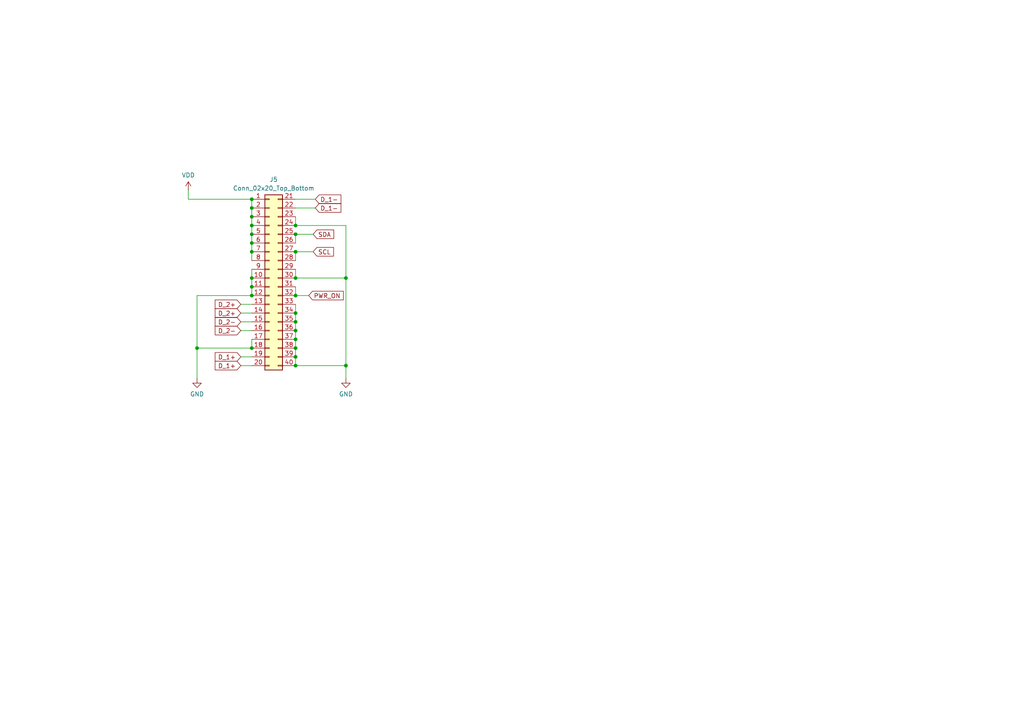
<source format=kicad_sch>
(kicad_sch (version 20250114) (generator "eeschema") (generator_version "9.0")
  (paper "A4")
  (lib_symbols
    (symbol "Connector_Generic:Conn_02x20_Top_Bottom" (pin_names (offset 1.016) (hide yes))
      (property "Reference" "J" (at 1.27 25.4 0))
      (property "Value" "Conn_02x20_Top_Bottom" (at 1.27 -27.94 0))
      (symbol "Conn_02x20_Top_Bottom_1_1"
        (rectangle (start -1.27 24.13) (end 3.81 -26.67) (stroke (width 0.254)) (fill (type background)))
        (rectangle (start -1.27 22.987) (end 0 22.733) (stroke (width 0.1524)))
        (rectangle (start -1.27 20.447) (end 0 20.193) (stroke (width 0.1524)))
        (rectangle (start -1.27 17.907) (end 0 17.653) (stroke (width 0.1524)))
        (rectangle (start -1.27 15.367) (end 0 15.113) (stroke (width 0.1524)))
        (rectangle (start -1.27 12.827) (end 0 12.573) (stroke (width 0.1524)))
        (rectangle (start -1.27 10.287) (end 0 10.033) (stroke (width 0.1524)))
        (rectangle (start -1.27 7.747) (end 0 7.493) (stroke (width 0.1524)))
        (rectangle (start -1.27 5.207) (end 0 4.953) (stroke (width 0.1524)))
        (rectangle (start -1.27 2.667) (end 0 2.413) (stroke (width 0.1524)))
        (rectangle (start -1.27 0.127) (end 0 -0.127) (stroke (width 0.1524)))
        (rectangle (start -1.27 -2.413) (end 0 -2.667) (stroke (width 0.1524)))
        (rectangle (start -1.27 -4.953) (end 0 -5.207) (stroke (width 0.1524)))
        (rectangle (start -1.27 -7.493) (end 0 -7.747) (stroke (width 0.1524)))
        (rectangle (start -1.27 -10.033) (end 0 -10.287) (stroke (width 0.1524)))
        (rectangle (start -1.27 -12.573) (end 0 -12.827) (stroke (width 0.1524)))
        (rectangle (start -1.27 -15.113) (end 0 -15.367) (stroke (width 0.1524)))
        (rectangle (start -1.27 -17.653) (end 0 -17.907) (stroke (width 0.1524)))
        (rectangle (start -1.27 -20.193) (end 0 -20.447) (stroke (width 0.1524)))
        (rectangle (start -1.27 -22.733) (end 0 -22.987) (stroke (width 0.1524)))
        (rectangle (start -1.27 -25.273) (end 0 -25.527) (stroke (width 0.1524)))
        (rectangle (start 3.81 22.987) (end 2.54 22.733) (stroke (width 0.1524)))
        (rectangle (start 3.81 20.447) (end 2.54 20.193) (stroke (width 0.1524)))
        (rectangle (start 3.81 17.907) (end 2.54 17.653) (stroke (width 0.1524)))
        (rectangle (start 3.81 15.367) (end 2.54 15.113) (stroke (width 0.1524)))
        (rectangle (start 3.81 12.827) (end 2.54 12.573) (stroke (width 0.1524)))
        (rectangle (start 3.81 10.287) (end 2.54 10.033) (stroke (width 0.1524)))
        (rectangle (start 3.81 7.747) (end 2.54 7.493) (stroke (width 0.1524)))
        (rectangle (start 3.81 5.207) (end 2.54 4.953) (stroke (width 0.1524)))
        (rectangle (start 3.81 2.667) (end 2.54 2.413) (stroke (width 0.1524)))
        (rectangle (start 3.81 0.127) (end 2.54 -0.127) (stroke (width 0.1524)))
        (rectangle (start 3.81 -2.413) (end 2.54 -2.667) (stroke (width 0.1524)))
        (rectangle (start 3.81 -4.953) (end 2.54 -5.207) (stroke (width 0.1524)))
        (rectangle (start 3.81 -7.493) (end 2.54 -7.747) (stroke (width 0.1524)))
        (rectangle (start 3.81 -10.033) (end 2.54 -10.287) (stroke (width 0.1524)))
        (rectangle (start 3.81 -12.573) (end 2.54 -12.827) (stroke (width 0.1524)))
        (rectangle (start 3.81 -15.113) (end 2.54 -15.367) (stroke (width 0.1524)))
        (rectangle (start 3.81 -17.653) (end 2.54 -17.907) (stroke (width 0.1524)))
        (rectangle (start 3.81 -20.193) (end 2.54 -20.447) (stroke (width 0.1524)))
        (rectangle (start 3.81 -22.733) (end 2.54 -22.987) (stroke (width 0.1524)))
        (rectangle (start 3.81 -25.273) (end 2.54 -25.527) (stroke (width 0.1524)))
        (pin passive line (at -5.08 22.86 0) (length 3.81) (name "Pin_1") (number "1"))
        (pin passive line (at -5.08 20.32 0) (length 3.81) (name "Pin_2") (number "2"))
        (pin passive line (at -5.08 17.78 0) (length 3.81) (name "Pin_3") (number "3"))
        (pin passive line (at -5.08 15.24 0) (length 3.81) (name "Pin_4") (number "4"))
        (pin passive line (at -5.08 12.7 0) (length 3.81) (name "Pin_5") (number "5"))
        (pin passive line (at -5.08 10.16 0) (length 3.81) (name "Pin_6") (number "6"))
        (pin passive line (at -5.08 7.62 0) (length 3.81) (name "Pin_7") (number "7"))
        (pin passive line (at -5.08 5.08 0) (length 3.81) (name "Pin_8") (number "8"))
        (pin passive line (at -5.08 2.54 0) (length 3.81) (name "Pin_9") (number "9"))
        (pin passive line (at -5.08 0 0) (length 3.81) (name "Pin_10") (number "10"))
        (pin passive line (at -5.08 -2.54 0) (length 3.81) (name "Pin_11") (number "11"))
        (pin passive line (at -5.08 -5.08 0) (length 3.81) (name "Pin_12") (number "12"))
        (pin passive line (at -5.08 -7.62 0) (length 3.81) (name "Pin_13") (number "13"))
        (pin passive line (at -5.08 -10.16 0) (length 3.81) (name "Pin_14") (number "14"))
        (pin passive line (at -5.08 -12.7 0) (length 3.81) (name "Pin_15") (number "15"))
        (pin passive line (at -5.08 -15.24 0) (length 3.81) (name "Pin_16") (number "16"))
        (pin passive line (at -5.08 -17.78 0) (length 3.81) (name "Pin_17") (number "17"))
        (pin passive line (at -5.08 -20.32 0) (length 3.81) (name "Pin_18") (number "18"))
        (pin passive line (at -5.08 -22.86 0) (length 3.81) (name "Pin_19") (number "19"))
        (pin passive line (at -5.08 -25.4 0) (length 3.81) (name "Pin_20") (number "20"))
        (pin passive line (at 7.62 22.86 180) (length 3.81) (name "Pin_21") (number "21"))
        (pin passive line (at 7.62 20.32 180) (length 3.81) (name "Pin_22") (number "22"))
        (pin passive line (at 7.62 17.78 180) (length 3.81) (name "Pin_23") (number "23"))
        (pin passive line (at 7.62 15.24 180) (length 3.81) (name "Pin_24") (number "24"))
        (pin passive line (at 7.62 12.7 180) (length 3.81) (name "Pin_25") (number "25"))
        (pin passive line (at 7.62 10.16 180) (length 3.81) (name "Pin_26") (number "26"))
        (pin passive line (at 7.62 7.62 180) (length 3.81) (name "Pin_27") (number "27"))
        (pin passive line (at 7.62 5.08 180) (length 3.81) (name "Pin_28") (number "28"))
        (pin passive line (at 7.62 2.54 180) (length 3.81) (name "Pin_29") (number "29"))
        (pin passive line (at 7.62 0 180) (length 3.81) (name "Pin_30") (number "30"))
        (pin passive line (at 7.62 -2.54 180) (length 3.81) (name "Pin_31") (number "31"))
        (pin passive line (at 7.62 -5.08 180) (length 3.81) (name "Pin_32") (number "32"))
        (pin passive line (at 7.62 -7.62 180) (length 3.81) (name "Pin_33") (number "33"))
        (pin passive line (at 7.62 -10.16 180) (length 3.81) (name "Pin_34") (number "34"))
        (pin passive line (at 7.62 -12.7 180) (length 3.81) (name "Pin_35") (number "35"))
        (pin passive line (at 7.62 -15.24 180) (length 3.81) (name "Pin_36") (number "36"))
        (pin passive line (at 7.62 -17.78 180) (length 3.81) (name "Pin_37") (number "37"))
        (pin passive line (at 7.62 -20.32 180) (length 3.81) (name "Pin_38") (number "38"))
        (pin passive line (at 7.62 -22.86 180) (length 3.81) (name "Pin_39") (number "39"))
        (pin passive line (at 7.62 -25.4 180) (length 3.81) (name "Pin_40") (number "40"))
      )
    )
    (symbol "power:GND" (power) (pin_numbers (hide yes)) (pin_names (offset 0) (hide yes))
      (property "Value" "GND" (at 0 -3.81 0))
      (symbol "GND_0_1"
        (polyline (pts (xy 0 0) (xy 0 -1.27) (xy 1.27 -1.27) (xy 0 -2.54) (xy -1.27 -1.27) (xy 0 -1.27)))
      )
      (symbol "GND_1_1"
        (pin power_in line (at 0 0 270) (length 0) (name "~") (number "1"))
      )
    )
    (symbol "power:VDD" (power) (pin_numbers (hide yes)) (pin_names (offset 0) (hide yes))
      (property "Value" "VDD" (at 0 3.556 0))
      (symbol "VDD_0_1"
        (polyline (pts (xy -0.762 1.27) (xy 0 2.54)))
        (polyline (pts (xy 0 2.54) (xy 0.762 1.27)))
        (polyline (pts (xy 0 0) (xy 0 2.54)))
      )
      (symbol "VDD_1_1"
        (pin power_in line (at 0 0 90) (length 0) (name "~") (number "1"))
      )
    )
  )
  (junction (at 85.725 95.885))
  (junction (at 85.725 65.405))
  (junction (at 73.025 83.185))
  (junction (at 73.025 100.965))
  (junction (at 85.725 106.045))
  (junction (at 100.33 106.045))
  (junction (at 73.025 80.645))
  (junction (at 85.725 98.425))
  (junction (at 85.725 80.645))
  (junction (at 85.725 103.505))
  (junction (at 85.725 73.025))
  (junction (at 85.725 90.805))
  (junction (at 100.33 80.645))
  (junction (at 73.025 73.025))
  (junction (at 73.025 57.785))
  (junction (at 73.025 67.945))
  (junction (at 73.025 60.325))
  (junction (at 73.025 65.405))
  (junction (at 73.025 70.485))
  (junction (at 73.025 62.865))
  (junction (at 85.725 85.725))
  (junction (at 57.15 100.965))
  (junction (at 73.025 85.725))
  (junction (at 85.725 93.345))
  (junction (at 85.725 100.965))
  (junction (at 85.725 67.945))
  (wire (pts (xy 85.725 73.025) (xy 85.725 75.565)))
  (wire (pts (xy 85.725 106.045) (xy 100.33 106.045)))
  (wire (pts (xy 57.15 109.855) (xy 57.15 100.965)))
  (wire (pts (xy 85.725 67.945) (xy 85.725 70.485)))
  (wire (pts (xy 85.725 100.965) (xy 85.725 103.505)))
  (wire (pts (xy 85.725 83.185) (xy 85.725 85.725)))
  (wire (pts (xy 85.725 57.785) (xy 91.44 57.785)))
  (wire (pts (xy 100.33 65.405) (xy 100.33 80.645)))
  (wire (pts (xy 73.025 80.645) (xy 73.025 83.185)))
  (wire (pts (xy 69.85 95.885) (xy 73.025 95.885)))
  (wire (pts (xy 73.025 78.105) (xy 73.025 80.645)))
  (wire (pts (xy 73.025 83.185) (xy 73.025 85.725)))
  (wire (pts (xy 73.025 65.405) (xy 73.025 67.945)))
  (wire (pts (xy 100.33 80.645) (xy 100.33 106.045)))
  (wire (pts (xy 85.725 78.105) (xy 85.725 80.645)))
  (wire (pts (xy 69.85 106.045) (xy 73.025 106.045)))
  (wire (pts (xy 85.725 95.885) (xy 85.725 98.425)))
  (wire (pts (xy 85.725 88.265) (xy 85.725 90.805)))
  (wire (pts (xy 57.15 100.965) (xy 73.025 100.965)))
  (wire (pts (xy 73.025 67.945) (xy 73.025 70.485)))
  (wire (pts (xy 85.725 98.425) (xy 85.725 100.965)))
  (wire (pts (xy 85.725 80.645) (xy 100.33 80.645)))
  (wire (pts (xy 57.15 85.725) (xy 57.15 100.965)))
  (wire (pts (xy 69.85 88.265) (xy 73.025 88.265)))
  (wire (pts (xy 73.025 62.865) (xy 73.025 65.405)))
  (wire (pts (xy 69.85 93.345) (xy 73.025 93.345)))
  (wire (pts (xy 85.725 60.325) (xy 91.44 60.325)))
  (wire (pts (xy 85.725 93.345) (xy 85.725 95.885)))
  (wire (pts (xy 69.85 90.805) (xy 73.025 90.805)))
  (wire (pts (xy 54.61 57.785) (xy 73.025 57.785)))
  (wire (pts (xy 73.025 98.425) (xy 73.025 100.965)))
  (wire (pts (xy 85.725 85.725) (xy 89.535 85.725)))
  (wire (pts (xy 85.725 62.865) (xy 85.725 65.405)))
  (wire (pts (xy 85.725 65.405) (xy 100.33 65.405)))
  (wire (pts (xy 69.85 103.505) (xy 73.025 103.505)))
  (wire (pts (xy 85.725 103.505) (xy 85.725 106.045)))
  (wire (pts (xy 54.61 55.245) (xy 54.61 57.785)))
  (wire (pts (xy 90.805 73.025) (xy 85.725 73.025)))
  (wire (pts (xy 90.805 67.945) (xy 85.725 67.945)))
  (wire (pts (xy 73.025 85.725) (xy 57.15 85.725)))
  (wire (pts (xy 73.025 57.785) (xy 73.025 60.325)))
  (wire (pts (xy 85.725 90.805) (xy 85.725 93.345)))
  (wire (pts (xy 100.33 106.045) (xy 100.33 109.855)))
  (wire (pts (xy 73.025 73.025) (xy 73.025 75.565)))
  (wire (pts (xy 73.025 70.485) (xy 73.025 73.025)))
  (wire (pts (xy 73.025 60.325) (xy 73.025 62.865)))
  (global_label "D_1+" (shape input) (at 69.85 103.505 180) (property "Intersheetrefs" "${INTERSHEET_REFS}" (effects (hide yes))))
  (global_label "D_2-" (shape input) (at 69.85 95.885 180) (property "Intersheetrefs" "${INTERSHEET_REFS}" (effects (hide yes))))
  (global_label "D_1+" (shape input) (at 69.85 106.045 180) (property "Intersheetrefs" "${INTERSHEET_REFS}" (effects (hide yes))))
  (global_label "D_1-" (shape input) (at 91.44 57.785 0) (property "Intersheetrefs" "${INTERSHEET_REFS}" (effects (hide yes))))
  (global_label "PWR_ON" (shape input) (at 89.535 85.725 0) (property "Intersheetrefs" "${INTERSHEET_REFS}" (effects (hide yes))))
  (global_label "SCL" (shape input) (at 90.805 73.025 0) (property "Intersheetrefs" "${INTERSHEET_REFS}" (effects (hide yes))))
  (global_label "D_2-" (shape input) (at 69.85 93.345 180) (property "Intersheetrefs" "${INTERSHEET_REFS}" (effects (hide yes))))
  (global_label "D_1-" (shape input) (at 91.44 60.325 0) (property "Intersheetrefs" "${INTERSHEET_REFS}" (effects (hide yes))))
  (global_label "SDA" (shape input) (at 90.805 67.945 0) (property "Intersheetrefs" "${INTERSHEET_REFS}" (effects (hide yes))))
  (global_label "D_2+" (shape input) (at 69.85 88.265 180) (property "Intersheetrefs" "${INTERSHEET_REFS}" (effects (hide yes))))
  (global_label "D_2+" (shape input) (at 69.85 90.805 180) (property "Intersheetrefs" "${INTERSHEET_REFS}" (effects (hide yes))))
  (symbol (lib_id "power:GND") (at 57.15 109.855 0) (unit 1)
    (property "Reference" "#PWR017" (effects (hide yes)))
    (property "Value" "GND" (at 57.15 114.3 0))
    (property "Description" "Power symbol creates a global label with name \"GND\" , ground" (effects (hide yes)))
  )
  (symbol (lib_id "power:VDD") (at 54.61 55.245 0) (unit 1)
    (property "Reference" "#PWR018" (effects (hide yes)))
    (property "Value" "VDD" (at 54.61 50.8 0))
    (property "Description" "Power symbol creates a global label with name \"VDD\"" (effects (hide yes)))
  )
  (symbol (lib_id "Connector_Generic:Conn_02x20_Top_Bottom") (at 78.105 80.645 0) (unit 1)
    (property "Reference" "J5" (at 79.375 52.07 0))
    (property "Value" "Conn_02x20_Top_Bottom" (at 79.375 54.61 0))
    (property "Footprint" "Connector_IDC:IDC-Header_2x20_P2.54mm_Vertical" (effects (hide yes)))
    (property "Description" "Generic connector, double row, 02x20, top/bottom pin numbering scheme (row 1: 1...pins_per_row, row2: pins_per_row+1 ... num_pins), script generated (kicad-library-utils/schlib/autogen/connector/)" (effects (hide yes)))
  )
  (symbol (lib_id "power:GND") (at 100.33 109.855 0) (unit 1)
    (property "Reference" "#PWR019" (effects (hide yes)))
    (property "Value" "GND" (at 100.33 114.3 0))
    (property "Description" "Power symbol creates a global label with name \"GND\" , ground" (effects (hide yes)))
  )
)
</source>
